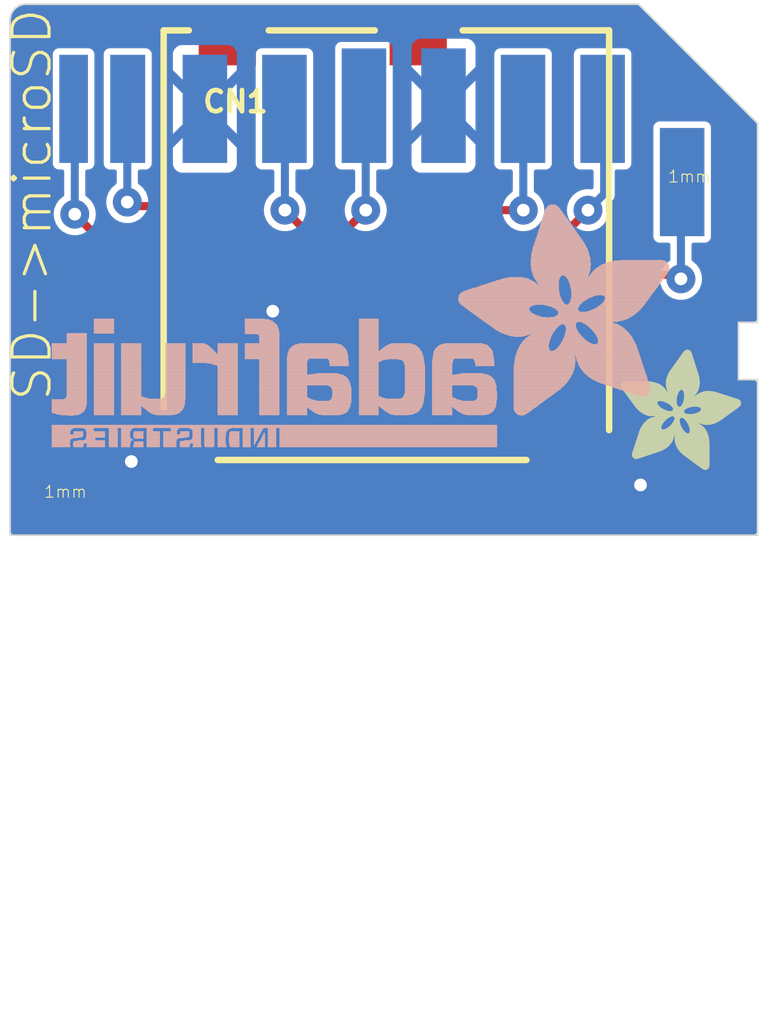
<source format=kicad_pcb>
(kicad_pcb (version 20221018) (generator pcbnew)
  (layers (0 "F.Cu" signal) (31 "B.Cu" signal) (34 "B.Paste" user) (35 "F.Paste" user) (36 "B.SilkS" user "B.Silkscreen") (37 "F.SilkS" user "F.Silkscreen") (38 "B.Mask" user) (39 "F.Mask" user) (44 "Edge.Cuts" user))
  (net 0 "")
  (net 1 "CD/DAT3")
  (net 2 "CMD")
  (net 3 "VDD")
  (net 4 "CLK")
  (net 5 "DAT0")
  (net 6 "DAT1")
  (net 7 "DAT2")
  (net 8 "GND")
  (footprint "working:FIDUCIAL-1X2.5" (layer "F.Cu") (at 138.3045 111.1847)
    (fp_text reference "FID2" hide)
    (fp_text value "FIDUCIAL1X2.5" hide)
    (fp_text user "1mm" (at -0.508 1.016) (layer "F.SilkS") (effects (font (size 0.373888 0.373888) (thickness 0.032512)) (justify left bottom)))
    (pad "1" smd roundrect (at 0 0) (size 1 1) (layers "F.Cu" "F.Mask") (roundrect_rratio 0.5))
  )
  (footprint "working:ADAFRUIT_3.5MM" (layer "F.Cu") (at 155.9321 111.3117)
    (fp_text reference "U$5" hide)
    (fp_text value "" hide)
  )
  (footprint "working:FIDUCIAL-1X2.5" (layer "F.Cu") (at 157.9133 101.2787)
    (fp_text reference "FID1" hide)
    (fp_text value "FIDUCIAL1X2.5" hide)
    (fp_text user "1mm" (at -0.508 1.016) (layer "F.SilkS") (effects (font (size 0.373888 0.373888) (thickness 0.032512)) (justify left bottom)))
    (pad "1" smd roundrect (at 0 0) (size 1 1) (layers "F.Cu" "F.Mask") (roundrect_rratio 0.5))
  )
  (footprint "working:MICROSD" (layer "F.Cu") (at 141.5811 97.4433)
    (fp_text reference "CN1" (at 1.16 2.67) (layer "F.SilkS") (effects (font (size 0.666496 0.666496) (thickness 0.146304)) (justify left bottom)))
    (fp_text value "")
    (pad "1" smd rect (at 9 10.64) (size 0.7 1.5) (layers "F.Cu" "F.Paste" "F.Mask") (net 7 "DAT2"))
    (pad "2" smd rect (at 7.9 10.24) (size 0.7 1.5) (layers "F.Cu" "F.Paste" "F.Mask") (net 1 "CD/DAT3"))
    (pad "3" smd rect (at 6.8 10.64) (size 0.7 1.5) (layers "F.Cu" "F.Paste" "F.Mask") (net 2 "CMD"))
    (pad "4" smd rect (at 5.7 11.04) (size 0.7 1.5) (layers "F.Cu" "F.Paste" "F.Mask") (net 3 "VDD"))
    (pad "5" smd rect (at 4.6 10.64) (size 0.7 1.5) (layers "F.Cu" "F.Paste" "F.Mask") (net 4 "CLK"))
    (pad "6" smd rect (at 3.5 11.04) (size 0.7 1.5) (layers "F.Cu" "F.Paste" "F.Mask") (net 8 "GND"))
    (pad "7" smd rect (at 2.4 10.64) (size 0.7 1.5) (layers "F.Cu" "F.Paste" "F.Mask") (net 5 "DAT0"))
    (pad "8" smd rect (at 1.3 10.64) (size 0.7 1.5) (layers "F.Cu" "F.Paste" "F.Mask") (net 6 "DAT1"))
    (pad "CD1" smd rect (at 2 0.44 90) (size 1.4 1.8) (layers "F.Cu" "F.Paste" "F.Mask"))
    (pad "CD2" smd rect (at 8 0.44 90) (size 1.4 1.8) (layers "F.Cu" "F.Paste" "F.Mask"))
    (pad "MT1" smd rect (at 0.4 13.54) (size 1.4 1.9) (layers "F.Cu" "F.Paste" "F.Mask") (net 8 "GND"))
    (pad "MT2" smd rect (at 13.6 14.44) (size 1.4 1.9) (layers "F.Cu" "F.Paste" "F.Mask") (net 8 "GND"))
  )
  (footprint "working:ADAFRUIT_TEXT_20MM" (layer "B.Cu") (at 157.6339 110.5751 180)
    (fp_text reference "U$6" hide)
    (fp_text value "" hide)
  )
  (footprint "working:SDCARD_PCBCARRIER_DOCU" (layer "B.Cu") (at 148.5011 99.9499 180)
    (fp_text reference "U$2" hide)
    (fp_text value "SDCARD_PCBCARRIERTDOCU" hide)
    (pad "P$1" smd rect (at -6.875 0 180) (size 1.4 3.4) (layers "B.Cu" "B.Paste" "B.Mask") (net 1 "CD/DAT3"))
    (pad "P$2" smd rect (at -4.375 0 180) (size 1.4 3.4) (layers "B.Cu" "B.Paste" "B.Mask") (net 2 "CMD"))
    (pad "P$3" smd rect (at -1.875 0.1 180) (size 1.4 3.6) (layers "B.Cu" "B.Paste" "B.Mask") (net 8 "GND"))
    (pad "P$4" smd rect (at 0.625 0.1 180) (size 1.4 3.6) (layers "B.Cu" "B.Paste" "B.Mask") (net 3 "VDD"))
    (pad "P$5" smd rect (at 3.125 0 180) (size 1.4 3.4) (layers "B.Cu" "B.Paste" "B.Mask") (net 4 "CLK"))
    (pad "P$6" smd rect (at 5.625 0 180) (size 1.4 3.4) (layers "B.Cu" "B.Paste" "B.Mask") (net 8 "GND"))
    (pad "P$7" smd rect (at 8.05 0 180) (size 1.1 3.4) (layers "B.Cu" "B.Paste" "B.Mask") (net 5 "DAT0"))
    (pad "P$8" smd rect (at 9.75 0 180) (size 0.9 3.4) (layers "B.Cu" "B.Paste" "B.Mask") (net 6 "DAT1"))
    (pad "P$9" smd rect (at -9.375 -2.3 180) (size 1.4 3.4) (layers "B.Cu" "B.Paste" "B.Mask") (net 7 "DAT2"))
  )
  (gr_line (start 159.6471 108.4599) (end 159.6471 106.6599) (stroke (width 0.05)) (layer "Edge.Cuts"))
  (gr_line (start 136.7551 97.1599) (end 136.7551 113.3473) (stroke (width 0.05)) (layer "Edge.Cuts"))
  (gr_line (start 160.2471 108.4599) (end 159.6471 108.4599) (stroke (width 0.05)) (layer "Edge.Cuts"))
  (gr_line (start 160.2471 106.6599) (end 160.2471 100.4059) (stroke (width 0.05)) (layer "Edge.Cuts"))
  (gr_line (start 136.7551 113.3473) (end 160.2471 113.3473) (stroke (width 0.05)) (layer "Edge.Cuts"))
  (gr_line (start 156.5011 96.6599) (end 137.2551 96.6599) (stroke (width 0.05)) (layer "Edge.Cuts"))
  (gr_line (start 159.6471 106.6599) (end 160.2471 106.6599) (stroke (width 0.05)) (layer "Edge.Cuts"))
  (gr_line (start 160.2471 100.4059) (end 156.5011 96.6599) (stroke (width 0.05)) (layer "Edge.Cuts"))
  (gr_arc (start 136.7551 97.1599) (mid 136.901547 96.806347) (end 137.2551 96.6599) (stroke (width 0.05)) (layer "Edge.Cuts"))
  (gr_line (start 160.2471 113.3473) (end 160.2471 108.4599) (stroke (width 0.05)) (layer "Edge.Cuts"))
  (gr_text "SD->microSD" (at 138.1267 109.2035 90) (layer "F.SilkS") (effects (font (size 1.1684 1.1684) (thickness 0.1016)) (justify left bottom)))
  (segment (start 149.4811 104.8849) (end 150.2171 104.1489) (width 0.254) (layer "F.Cu") (net 1))
  (segment (start 149.4811 107.6833) (end 149.4811 104.8849) (width 0.254) (layer "F.Cu") (net 1))
  (segment (start 153.9001 104.1489) (end 154.9161 103.1329) (width 0.254) (layer "F.Cu") (net 1))
  (segment (start 150.2171 104.1489) (end 153.9001 104.1489) (width 0.254) (layer "F.Cu") (net 1))
  (via (at 154.9161 103.1329) (size 0.908) (drill 0.4) (layers "F.Cu" "B.Cu") (net 1))
  (segment (start 154.9161 103.1329) (end 155.4241 102.6249) (width 0.254) (layer "B.Cu") (net 1))
  (segment (start 155.4241 102.6249) (end 155.4241 99.9979) (width 0.254) (layer "B.Cu") (net 1))
  (segment (start 155.4241 99.9979) (end 155.3761 99.9499) (width 0.254) (layer "B.Cu") (net 1))
  (segment (start 149.9631 103.1329) (end 152.8841 103.1329) (width 0.254) (layer "F.Cu") (net 2))
  (segment (start 148.3811 104.7149) (end 149.9631 103.1329) (width 0.254) (layer "F.Cu") (net 2))
  (segment (start 148.3811 108.0833) (end 148.3811 104.7149) (width 0.254) (layer "F.Cu") (net 2))
  (via (at 152.8841 103.1329) (size 0.908) (drill 0.4) (layers "F.Cu" "B.Cu") (net 2))
  (segment (start 152.8841 99.9579) (end 152.8761 99.9499) (width 0.254) (layer "B.Cu") (net 2))
  (segment (start 152.8841 103.1329) (end 152.8841 99.9579) (width 0.254) (layer "B.Cu") (net 2))
  (segment (start 147.2811 108.4833) (end 147.2811 103.7829) (width 0.254) (layer "F.Cu") (net 3))
  (segment (start 147.2811 103.7829) (end 147.9311 103.1329) (width 0.254) (layer "F.Cu") (net 3))
  (via (at 147.9311 103.1329) (size 0.908) (drill 0.4) (layers "F.Cu" "B.Cu") (net 3))
  (segment (start 147.9311 99.9049) (end 147.8761 99.8499) (width 0.254) (layer "B.Cu") (net 3))
  (segment (start 147.9311 103.1329) (end 147.9311 99.9049) (width 0.254) (layer "B.Cu") (net 3))
  (segment (start 146.1811 103.9229) (end 145.3911 103.1329) (width 0.254) (layer "F.Cu") (net 4))
  (segment (start 146.1811 108.0833) (end 146.1811 103.9229) (width 0.254) (layer "F.Cu") (net 4))
  (via (at 145.3911 103.1329) (size 0.908) (drill 0.4) (layers "F.Cu" "B.Cu") (net 4))
  (segment (start 145.3911 99.9649) (end 145.3761 99.9499) (width 0.254) (layer "B.Cu") (net 4))
  (segment (start 145.3911 103.1329) (end 145.3911 99.9649) (width 0.254) (layer "B.Cu") (net 4))
  (segment (start 143.9811 108.0833) (end 143.9811 104.2629) (width 0.254) (layer "F.Cu") (net 5))
  (segment (start 140.5651 103.0059) (end 140.4381 102.8789) (width 0.254) (layer "F.Cu") (net 5))
  (segment (start 142.7241 103.0059) (end 140.5651 103.0059) (width 0.254) (layer "F.Cu") (net 5))
  (segment (start 143.9811 104.2629) (end 142.7241 103.0059) (width 0.254) (layer "F.Cu") (net 5))
  (via (at 140.4381 102.8789) (size 0.908) (drill 0.4) (layers "F.Cu" "B.Cu") (net 5))
  (segment (start 140.4381 102.8789) (end 140.4381 99.9629) (width 0.254) (layer "B.Cu") (net 5))
  (segment (start 140.4381 99.9629) (end 140.4511 99.9499) (width 0.254) (layer "B.Cu") (net 5))
  (segment (start 142.8811 104.5599) (end 142.0891 103.7679) (width 0.254) (layer "F.Cu") (net 6))
  (segment (start 142.0891 103.7679) (end 139.2951 103.7679) (width 0.254) (layer "F.Cu") (net 6))
  (segment (start 139.2951 103.7679) (end 138.7871 103.2599) (width 0.254) (layer "F.Cu") (net 6))
  (segment (start 142.8811 108.0833) (end 142.8811 104.5599) (width 0.254) (layer "F.Cu") (net 6))
  (via (at 138.7871 103.2599) (size 0.908) (drill 0.4) (layers "F.Cu" "B.Cu") (net 6))
  (segment (start 138.7871 103.2599) (end 138.7871 99.9859) (width 0.254) (layer "B.Cu") (net 6))
  (segment (start 138.7871 99.9859) (end 138.7511 99.9499) (width 0.254) (layer "B.Cu") (net 6))
  (segment (start 150.5811 108.0833) (end 150.5811 105.8169) (width 0.254) (layer "F.Cu") (net 7))
  (segment (start 150.5811 105.8169) (end 151.2331 105.1649) (width 0.254) (layer "F.Cu") (net 7))
  (segment (start 151.2331 105.1649) (end 157.4561 105.1649) (width 0.254) (layer "F.Cu") (net 7))
  (segment (start 157.4561 105.1649) (end 157.8371 105.2919) (width 0.254) (layer "F.Cu") (net 7))
  (via (at 157.8371 105.2919) (size 0.908) (drill 0.4) (layers "F.Cu" "B.Cu") (net 7))
  (segment (start 157.8371 102.2889) (end 157.8761 102.2499) (width 0.254) (layer "B.Cu") (net 7))
  (segment (start 157.8371 105.2919) (end 157.8371 102.2889) (width 0.254) (layer "B.Cu") (net 7))
  (segment (start 145.0811 108.4833) (end 145.0811 106.3789) (width 0.254) (layer "F.Cu") (net 8))
  (segment (start 145.0811 106.3789) (end 145.0101 106.3079) (width 0.254) (layer "F.Cu") (net 8))
  (segment (start 155.1811 111.8833) (end 156.4527 111.8833) (width 0.254) (layer "F.Cu") (net 8))
  (segment (start 156.4527 111.8833) (end 156.5671 111.7689) (width 0.254) (layer "F.Cu") (net 8))
  (segment (start 141.9811 110.9833) (end 140.6395 110.9833) (width 0.254) (layer "F.Cu") (net 8))
  (segment (start 140.6395 110.9833) (end 140.5651 111.0323) (width 0.254) (layer "F.Cu") (net 8))
  (via (at 140.5651 111.0323) (size 0.908) (drill 0.4) (layers "F.Cu" "B.Cu") (net 8))
  (via (at 145.0101 106.3079) (size 0.908) (drill 0.4) (layers "F.Cu" "B.Cu") (net 8))
  (via (at 156.5671 111.7689) (size 0.908) (drill 0.4) (layers "F.Cu" "B.Cu") (net 8))
  (segment (start 140.5651 111.0323) (end 140.2857 111.0323) (width 0.254) (layer "B.Cu") (net 8))
  (segment (start 145.0101 106.3079) (end 145.0101 106.0539) (width 0.254) (layer "B.Cu") (net 8))
  (segment (start 156.5671 111.7689) (end 156.8211 111.7689) (width 0.254) (layer "B.Cu") (net 8))
  (zone (net 8) (net_name "GND") (layer "B.Cu") (priority 6) (connect_pads (clearance 0.000001)) (min_thickness 0.127) (fill yes (thermal_gap 0.304) (thermal_bridge_width 0.304))
    (polygon (pts (xy 160.3771 100.542757) (xy 160.3771 106.8159) (xy 159.7421 106.8159) (xy 159.7421 108.3399) (xy 160.3771 108.3399) (xy 160.3771 113.4199) (xy 136.6281 113.4199) (xy 136.6281 97.155576) (xy 136.648679 96.999266) (xy 136.712225 96.845852) (xy 136.813313 96.714113) (xy 136.945052 96.613025) (xy 137.098466 96.549479) (xy 137.254776 96.5289) (xy 156.622201 96.5289)))
  )
)
</source>
